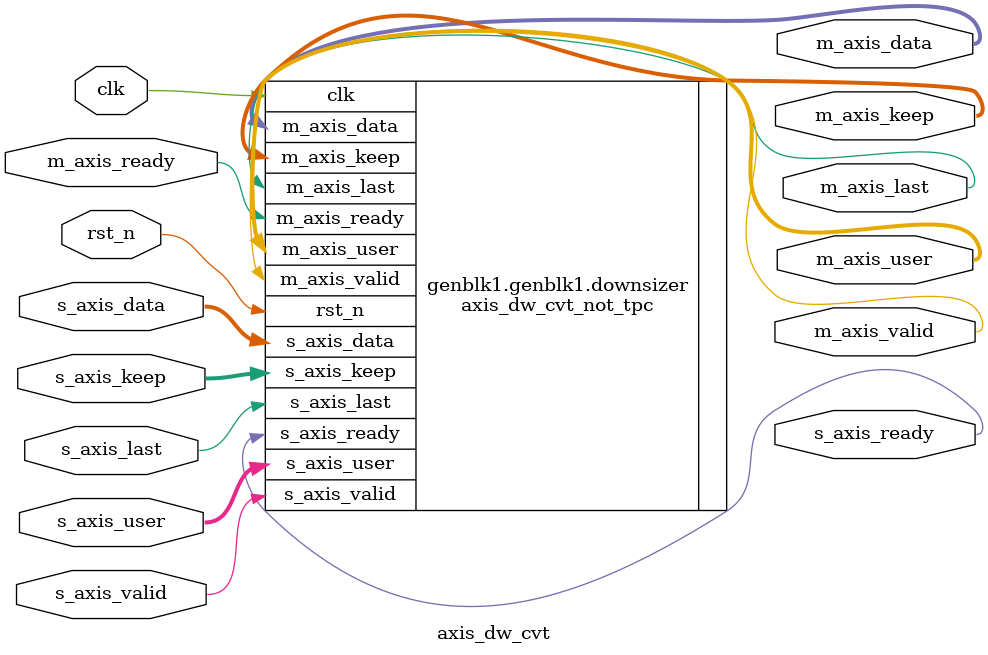
<source format=v>
/*
MIT License

Copyright (c) 2024 Panda, 2257691535@qq.com

Permission is hereby granted, free of charge, to any person obtaining a copy
of this software and associated documentation files (the "Software"), to deal
in the Software without restriction, including without limitation the rights
to use, copy, modify, merge, publish, distribute, sublicense, and/or sell
copies of the Software, and to permit persons to whom the Software is
furnished to do so, subject to the following conditions:

The above copyright notice and this permission notice shall be included in all
copies or substantial portions of the Software.

THE SOFTWARE IS PROVIDED "AS IS", WITHOUT WARRANTY OF ANY KIND, EXPRESS OR
IMPLIED, INCLUDING BUT NOT LIMITED TO THE WARRANTIES OF MERCHANTABILITY,
FITNESS FOR A PARTICULAR PURPOSE AND NONINFRINGEMENT. IN NO EVENT SHALL THE
AUTHORS OR COPYRIGHT HOLDERS BE LIABLE FOR ANY CLAIM, DAMAGES OR OTHER
LIABILITY, WHETHER IN AN ACTION OF CONTRACT, TORT OR OTHERWISE, ARISING FROM,
OUT OF OR IN CONNECTION WITH THE SOFTWARE OR THE USE OR OTHER DEALINGS IN THE
SOFTWARE.
*/

`timescale 1ns / 1ps
/********************************************************************
本模块: AXIS位宽变换

描述: 
对AXIS接口进行位宽变换
支持位宽倍增/非整数倍增加/倍缩/非整数倍缩减/不变

注意：
无

协议:
AXIS MASTER/SLAVE

作者: 陈家耀
日期: 2023/11/02
********************************************************************/


module axis_dw_cvt #(
    parameter integer slave_data_width = 64, // 从机数据位宽(必须能被8整除)
    parameter integer master_data_width = 48, // 主机数据位宽(必须能被8整除)
    parameter integer slave_user_width_foreach_byte = 1, // 从机每个数据字节的user位宽(必须>=1, 不用时悬空即可)
    parameter en_keep = "true", // 是否使用keep信号
    parameter en_last = "true", // 是否使用last信号
    parameter en_out_isolation = "true", // 是否启用输出隔离
    parameter real simulation_delay = 1 // 仿真延时
)(
    input wire clk,
    input wire rst_n,
    
    // AXIS SLAVE
    input wire[slave_data_width-1:0] s_axis_data,
    input wire[slave_data_width/8-1:0] s_axis_keep,
    input wire[slave_data_width/8*slave_user_width_foreach_byte-1:0] s_axis_user,
    input wire s_axis_last,
    input wire s_axis_valid,
    output wire s_axis_ready,
    
    // AXIS MASTER
    output wire[master_data_width-1:0] m_axis_data,
    output wire[master_data_width/8-1:0] m_axis_keep,
    output wire[master_data_width/8*slave_user_width_foreach_byte-1:0] m_axis_user,
    output wire m_axis_last,
    output wire m_axis_valid,
    input wire m_axis_ready
);

    localparam en_keep_all0_filter = "false"; // 是否过滤keep全0的倍增输出

    generate
        if(slave_data_width > master_data_width)
        begin
            // 位宽缩减
            if(slave_data_width % master_data_width)
            begin
                // 非整数倍的位宽缩减
                axis_dw_cvt_not_tpc #(
                    .slave_data_width(slave_data_width),
                    .slave_user_width_foreach_byte(slave_user_width_foreach_byte),
                    .master_data_width(master_data_width),
                    .en_out_isolation(en_out_isolation),
                    .simulation_delay(simulation_delay)
                )downsizer(
                    .clk(clk),
                    .rst_n(rst_n),
                    .s_axis_data(s_axis_data),
                    .s_axis_keep((en_keep == "true") ? s_axis_keep:{(slave_data_width/8){1'b1}}),
                    .s_axis_user(s_axis_user),
                    .s_axis_valid(s_axis_valid),
                    .s_axis_ready(s_axis_ready),
                    .s_axis_last((en_last == "true") ? s_axis_last:1'b0),
                    .m_axis_data(m_axis_data),
                    .m_axis_keep(m_axis_keep),
                    .m_axis_user(m_axis_user),
                    .m_axis_valid(m_axis_valid),
                    .m_axis_ready(m_axis_ready),
                    .m_axis_last(m_axis_last)
                );
            end
            else
            begin
                // 位宽倍减
                axis_dw_cvt_downsizer #(
                    .slave_data_width(slave_data_width),
                    .slave_user_width_foreach_byte(slave_user_width_foreach_byte),
                    .master_data_width(master_data_width),
                    .en_keep(en_keep),
                    .en_out_isolation(en_out_isolation),
                    .simulation_delay(simulation_delay)
                )downsizer(
                    .clk(clk),
                    .rst_n(rst_n),
                    .s_axis_data(s_axis_data),
                    .s_axis_keep((en_keep == "true") ? s_axis_keep:{(slave_data_width/8){1'b1}}),
                    .s_axis_user(s_axis_user),
                    .s_axis_valid(s_axis_valid),
                    .s_axis_ready(s_axis_ready),
                    .s_axis_last((en_last == "true") ? s_axis_last:1'b0),
                    .m_axis_data(m_axis_data),
                    .m_axis_keep(m_axis_keep),
                    .m_axis_user(m_axis_user),
                    .m_axis_valid(m_axis_valid),
                    .m_axis_ready(m_axis_ready),
                    .m_axis_last(m_axis_last)
                );
            end
        end
        else if(slave_data_width < master_data_width)
        begin
            // 位宽增加
            if(master_data_width % slave_data_width)
            begin
                // 非整数倍的位宽增加
                axis_dw_cvt_not_tpc #(
                    .slave_data_width(slave_data_width),
                    .slave_user_width_foreach_byte(slave_user_width_foreach_byte),
                    .master_data_width(master_data_width),
                    .en_out_isolation(en_out_isolation),
                    .simulation_delay(simulation_delay)
                )upsizer(
                    .clk(clk),
                    .rst_n(rst_n),
                    .s_axis_data(s_axis_data),
                    .s_axis_keep((en_keep == "true") ? s_axis_keep:{(slave_data_width/8){1'b1}}),
                    .s_axis_user(s_axis_user),
                    .s_axis_valid(s_axis_valid),
                    .s_axis_ready(s_axis_ready),
                    .s_axis_last((en_last == "true") ? s_axis_last:1'b0),
                    .m_axis_data(m_axis_data),
                    .m_axis_keep(m_axis_keep),
                    .m_axis_user(m_axis_user),
                    .m_axis_valid(m_axis_valid),
                    .m_axis_ready(m_axis_ready),
                    .m_axis_last(m_axis_last)
                );
            end
            else
            begin
                // 位宽倍增
                axis_dw_cvt_upsizer #(
                    .slave_data_width(slave_data_width),
                    .slave_user_width_foreach_byte(slave_user_width_foreach_byte),
                    .master_data_width(master_data_width),
                    .en_keep_all0_filter(((en_keep == "true") && (en_keep_all0_filter == "true")) ? "true":"false"),
                    .en_out_isolation(en_out_isolation),
                    .simulation_delay(simulation_delay)
                )upsizer(
                    .clk(clk),
                    .rst_n(rst_n),
                    .s_axis_data(s_axis_data),
                    .s_axis_keep((en_keep == "true") ? s_axis_keep:{(slave_data_width/8){1'b1}}),
                    .s_axis_user(s_axis_user),
                    .s_axis_valid(s_axis_valid),
                    .s_axis_ready(s_axis_ready),
                    .s_axis_last((en_last == "true") ? s_axis_last:1'b0),
                    .m_axis_data(m_axis_data),
                    .m_axis_keep(m_axis_keep),
                    .m_axis_user(m_axis_user),
                    .m_axis_valid(m_axis_valid),
                    .m_axis_ready(m_axis_ready),
                    .m_axis_last(m_axis_last)
                );
            end
        end
        else
        begin
            // 位宽不变
            assign m_axis_data = s_axis_data;
            assign m_axis_keep = s_axis_keep;
            assign m_axis_user = s_axis_user;
            assign m_axis_last = s_axis_last;
            assign m_axis_valid = s_axis_valid;
            assign s_axis_ready = m_axis_ready;
        end
    endgenerate

endmodule

</source>
